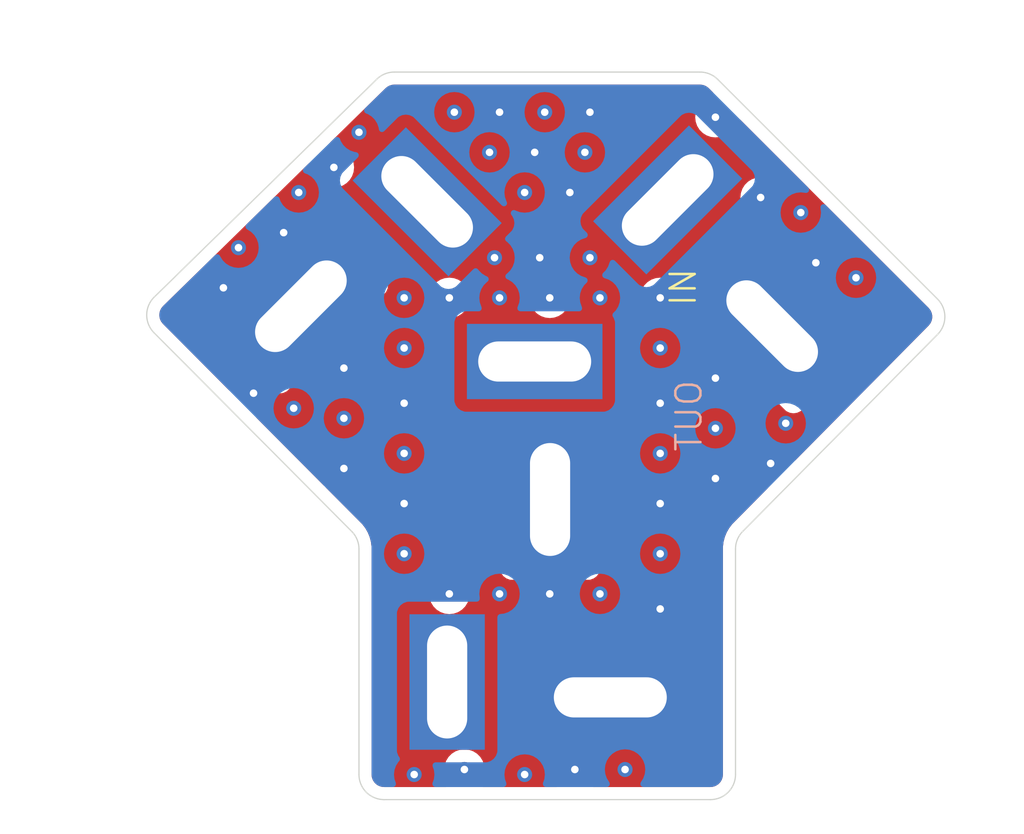
<source format=kicad_pcb>
(kicad_pcb (version 20240108) (generator "pcbnew") (generator_version "8.0")
  (layers (0 "F.Cu" signal) (1 "In1.Cu" signal) (2 "In2.Cu" signal) (31 "B.Cu" signal) (34 "B.Paste" user) (35 "F.Paste" user) (36 "B.SilkS" user "B.Silkscreen") (37 "F.SilkS" user "F.Silkscreen") (38 "B.Mask" user) (39 "F.Mask" user) (44 "Edge.Cuts" user))
  (net 0 "")
  (net 1 "GND")
  (net 2 "Net-(J1-Pin_1)")
  (footprint "deans_fp:Deans Connector Male" (layer "F.Cu") (at 95.75 41.6375)
    (property "Reference" "J1" (hide yes))
    (property "Value" "Conn_01x02")
    (pad "1" thru_hole rect (at 4.25 3.5 180) (size 5.4 3) (drill oval 4.5 1.6) (layers "*.Cu" "*.Mask") (net 2 "Net-(J1-Pin_1)"))
    (pad "2" thru_hole rect (at 4.8625 9 270) (size 5.4 3) (drill oval 4.5 1.6) (layers "*.Cu" "*.Mask") (net 1 "GND"))
  )
  (footprint "deans_fp:Deans Connector Female" (layer "B.Cu") (at 94.0125 53.6625 -90)
    (property "Reference" "J3" (hide yes))
    (property "Value" "Conn_01x02")
    (pad "1" thru_hole rect (at 4.25 -2.5 270) (size 5.4 3) (drill oval 4.5 1.6) (layers "*.Cu" "*.Mask") (net 2 "Net-(J1-Pin_1)"))
    (pad "2" thru_hole rect (at 4.8625 -9 180) (size 5.4 3) (drill oval 4.5 1.6) (layers "*.Cu" "*.Mask") (net 1 "GND"))
  )
  (footprint "deans_fp:Deans Connector Female" (layer "B.Cu") (at 106.534664 33.924256 -135)
    (property "Reference" "J4" (hide yes))
    (property "Value" "Conn_01x02")
    (pad "1" thru_hole rect (at 4.25 -2.5 225) (size 5.4 3) (drill oval 4.5 1.6) (layers "*.Cu" "*.Mask") (net 2 "Net-(J1-Pin_1)"))
    (pad "2" thru_hole rect (at 4.8625 -9 135) (size 5.4 3) (drill oval 4.5 1.6) (layers "*.Cu" "*.Mask") (net 1 "GND"))
  )
  (footprint "deans_fp:Deans Connector Female" (layer "B.Cu") (at 100.488898 40.00901 135)
    (property "Reference" "J2" (hide yes))
    (property "Value" "Conn_01x02")
    (pad "1" thru_hole rect (at 4.25 -2.5 135) (size 5.4 3) (drill oval 4.5 1.6) (layers "*.Cu" "*.Mask") (net 2 "Net-(J1-Pin_1)"))
    (pad "2" thru_hole rect (at 4.8625 -9 45) (size 5.4 3) (drill oval 4.5 1.6) (layers "*.Cu" "*.Mask") (net 1 "GND"))
  )
  (gr_arc (start 108 61.6) (mid 107.707107 62.307107) (end 107 62.6) (stroke (width 0.05)) (layer "Edge.Cuts"))
  (gr_arc (start 94 62.6) (mid 93.292893 62.307107) (end 93 61.6) (stroke (width 0.05)) (layer "Edge.Cuts"))
  (gr_arc (start 106.585786 33.6) (mid 106.968472 33.676116) (end 107.292893 33.892893) (stroke (width 0.05)) (layer "Edge.Cuts"))
  (gr_line (start 92.70909 51.907451) (end 84.83537 43.989372) (stroke (width 0.05)) (layer "Edge.Cuts"))
  (gr_line (start 108.288887 51.907811) (end 116.050906 44.057084) (stroke (width 0.05)) (layer "Edge.Cuts"))
  (gr_line (start 93.708398 33.885697) (end 84.844624 42.569951) (stroke (width 0.05)) (layer "Edge.Cuts"))
  (gr_line (start 93 52.612569) (end 93 61.6) (stroke (width 0.05)) (layer "Edge.Cuts"))
  (gr_line (start 107 62.6) (end 94 62.6) (stroke (width 0.05)) (layer "Edge.Cuts"))
  (gr_arc (start 84.83537 43.989372) (mid 84.544526 43.277749) (end 84.844624 42.569951) (stroke (width 0.05)) (layer "Edge.Cuts"))
  (gr_arc (start 116.0469 42.6469) (mid 116.339789 43.351166) (end 116.050906 44.057084) (stroke (width 0.05)) (layer "Edge.Cuts"))
  (gr_arc (start 93.708398 33.885697) (mid 94.030281 33.674176) (end 94.408234 33.6) (stroke (width 0.05)) (layer "Edge.Cuts"))
  (gr_line (start 94.408234 33.6) (end 106.585786 33.6) (stroke (width 0.05)) (layer "Edge.Cuts"))
  (gr_line (start 108 52.610889) (end 108 61.6) (stroke (width 0.05)) (layer "Edge.Cuts"))
  (gr_arc (start 92.70909 51.907451) (mid 92.924426 52.231182) (end 93 52.612569) (stroke (width 0.05)) (layer "Edge.Cuts"))
  (gr_arc (start 108 52.610889) (mid 108.075037 52.230832) (end 108.288887 51.907811) (stroke (width 0.05)) (layer "Edge.Cuts"))
  (gr_line (start 107.292893 33.892893) (end 116.0469 42.6469) (stroke (width 0.05)) (layer "Edge.Cuts"))
  (gr_text "OUT" (at 106.730388 45.807068 90) (layer "B.SilkS") (effects (font (size 1 1) (thickness 0.1)) (justify left bottom mirror)))
  (gr_text "IN" (at 106.5 43 90) (layer "F.SilkS") (effects (font (size 1 1) (thickness 0.1)) (justify left bottom)))
  (via (at 111.2 41.2) (size 0.6) (drill 0.3) (layers "F.Cu" "B.Cu") (net 1))
  (via (at 100.2 41) (size 0.6) (drill 0.3) (layers "F.Cu" "B.Cu") (net 1))
  (via (at 92 37.4) (size 0.6) (drill 0.3) (layers "F.Cu" "B.Cu") (net 1))
  (via (at 100 36.8) (size 0.6) (drill 0.3) (layers "F.Cu" "B.Cu") (net 1))
  (via (at 88.8 46.4) (size 0.6) (drill 0.3) (layers "F.Cu" "B.Cu") (net 1))
  (via (at 107.2 49.8) (size 0.6) (drill 0.3) (layers "F.Cu" "B.Cu") (net 1))
  (via (at 94.8 46.8) (size 0.6) (drill 0.3) (layers "F.Cu" "B.Cu") (net 1))
  (via (at 97.2 61.4) (size 0.6) (drill 0.3) (layers "F.Cu" "B.Cu") (net 1))
  (via (at 98.6 35.2) (size 0.6) (drill 0.3) (layers "F.Cu" "B.Cu") (net 1))
  (via (at 87.6 42.2) (size 0.6) (drill 0.3) (layers "F.Cu" "B.Cu") (net 1))
  (via (at 105 42.6) (size 0.6) (drill 0.3) (layers "F.Cu" "B.Cu") (net 1))
  (via (at 109 38.6) (size 0.6) (drill 0.3) (layers "F.Cu" "B.Cu") (net 1))
  (via (at 107.2 35.4) (size 0.6) (drill 0.3) (layers "F.Cu" "B.Cu") (net 1))
  (via (at 100.6 42.6) (size 0.6) (drill 0.3) (layers "F.Cu" "B.Cu") (net 1))
  (via (at 101.6 61.4) (size 0.6) (drill 0.3) (layers "F.Cu" "B.Cu") (net 1))
  (via (at 105 50.8) (size 0.6) (drill 0.3) (layers "F.Cu" "B.Cu") (net 1))
  (via (at 105 55) (size 0.6) (drill 0.3) (layers "F.Cu" "B.Cu") (net 1))
  (via (at 100.6 54.4) (size 0.6) (drill 0.3) (layers "F.Cu" "B.Cu") (net 1))
  (via (at 101.4 38.4) (size 0.6) (drill 0.3) (layers "F.Cu" "B.Cu") (net 1))
  (via (at 90 40) (size 0.6) (drill 0.3) (layers "F.Cu" "B.Cu") (net 1))
  (via (at 96.6 54.4) (size 0.6) (drill 0.3) (layers "F.Cu" "B.Cu") (net 1))
  (via (at 102.2 35.2) (size 0.6) (drill 0.3) (layers "F.Cu" "B.Cu") (net 1))
  (via (at 92.4 45.4) (size 0.6) (drill 0.3) (layers "F.Cu" "B.Cu") (net 1))
  (via (at 109.4 49.2) (size 0.6) (drill 0.3) (layers "F.Cu" "B.Cu") (net 1))
  (via (at 105 46.8) (size 0.6) (drill 0.3) (layers "F.Cu" "B.Cu") (net 1))
  (via (at 96.6 42.6) (size 0.6) (drill 0.3) (layers "F.Cu" "B.Cu") (net 1))
  (via (at 107.2 45.8) (size 0.6) (drill 0.3) (layers "F.Cu" "B.Cu") (net 1))
  (via (at 92.4 49.4) (size 0.6) (drill 0.3) (layers "F.Cu" "B.Cu") (net 1))
  (via (at 94.8 50.8) (size 0.6) (drill 0.3) (layers "F.Cu" "B.Cu") (net 1))
  (via (at 98.2 36.8) (size 0.6) (drill 0.3) (layers "F.Cu" "B.Cu") (net 2))
  (via (at 110.6 39.2) (size 0.6) (drill 0.3) (layers "F.Cu" "B.Cu") (net 2))
  (via (at 102.6 54.4) (size 0.6) (drill 0.3) (layers "F.Cu" "B.Cu") (net 2))
  (via (at 90.4 47) (size 0.6) (drill 0.3) (layers "F.Cu" "B.Cu") (net 2))
  (via (at 94.8 44.6) (size 0.6) (drill 0.3) (layers "F.Cu" "B.Cu") (net 2))
  (via (at 90.6 38.4) (size 0.6) (drill 0.3) (layers "F.Cu" "B.Cu") (net 2))
  (via (at 95.2 61.6) (size 0.6) (drill 0.3) (layers "F.Cu" "B.Cu") (net 2))
  (via (at 94.8 42.6) (size 0.6) (drill 0.3) (layers "F.Cu" "B.Cu") (net 2))
  (via (at 92.4 47.4) (size 0.6) (drill 0.3) (layers "F.Cu" "B.Cu") (net 2))
  (via (at 105 52.8) (size 0.6) (drill 0.3) (layers "F.Cu" "B.Cu") (net 2))
  (via (at 103.6 61.4) (size 0.6) (drill 0.3) (layers "F.Cu" "B.Cu") (net 2))
  (via (at 94.8 48.8) (size 0.6) (drill 0.3) (layers "F.Cu" "B.Cu") (net 2))
  (via (at 98.6 54.4) (size 0.6) (drill 0.3) (layers "F.Cu" "B.Cu") (net 2))
  (via (at 96.8 35.2) (size 0.6) (drill 0.3) (layers "F.Cu" "B.Cu") (net 2))
  (via (at 98.6 42.6) (size 0.6) (drill 0.3) (layers "F.Cu" "B.Cu") (net 2))
  (via (at 110 47.6) (size 0.6) (drill 0.3) (layers "F.Cu" "B.Cu") (net 2))
  (via (at 99.6 61.6) (size 0.6) (drill 0.3) (layers "F.Cu" "B.Cu") (net 2))
  (via (at 105 44.6) (size 0.6) (drill 0.3) (layers "F.Cu" "B.Cu") (net 2))
  (via (at 100.4 35.2) (size 0.6) (drill 0.3) (layers "F.Cu" "B.Cu") (net 2))
  (via (at 94.8 52.8) (size 0.6) (drill 0.3) (layers "F.Cu" "B.Cu") (net 2))
  (via (at 102.2 41) (size 0.6) (drill 0.3) (layers "F.Cu" "B.Cu") (net 2))
  (via (at 99.6 38.4) (size 0.6) (drill 0.3) (layers "F.Cu" "B.Cu") (net 2))
  (via (at 102 36.8) (size 0.6) (drill 0.3) (layers "F.Cu" "B.Cu") (net 2))
  (via (at 102.6 42.6) (size 0.6) (drill 0.3) (layers "F.Cu" "B.Cu") (net 2))
  (via (at 105 48.8) (size 0.6) (drill 0.3) (layers "F.Cu" "B.Cu") (net 2))
  (via (at 93 36) (size 0.6) (drill 0.3) (layers "F.Cu" "B.Cu") (net 2))
  (via (at 107.2 47.8) (size 0.6) (drill 0.3) (layers "F.Cu" "B.Cu") (net 2))
  (via (at 98.4 41) (size 0.6) (drill 0.3) (layers "F.Cu" "B.Cu") (net 2))
  (via (at 88.2 40.6) (size 0.6) (drill 0.3) (layers "F.Cu" "B.Cu") (net 2))
  (via (at 112.8 41.8) (size 0.6) (drill 0.3) (layers "F.Cu" "B.Cu") (net 2))
  (zone (net 2) (net_name "Net-(J1-Pin_1)") (layers "F.Cu" "In1.Cu") (connect_pads yes (clearance 0.5)) (min_thickness 0.25) (fill yes (thermal_gap 0.5) (thermal_bridge_width 0.5) (island_removal_mode 1) (island_area_min 10))
    (polygon (pts (xy 118 64) (xy 90.5 64) (xy 82 55.5) (xy 82 40.5) (xy 90.5 32) (xy 118 32)))
  )
  (zone (net 1) (net_name "GND") (layers "In2.Cu" "B.Cu") (priority 1) (connect_pads yes (clearance 0.5)) (min_thickness 0.25) (fill yes (thermal_gap 0.5) (thermal_bridge_width 0.5) (island_removal_mode 1) (island_area_min 10))
    (polygon (pts (xy 78.7 32) (xy 119.5 32) (xy 119.5 64) (xy 78.7 64)))
  )
)
</source>
